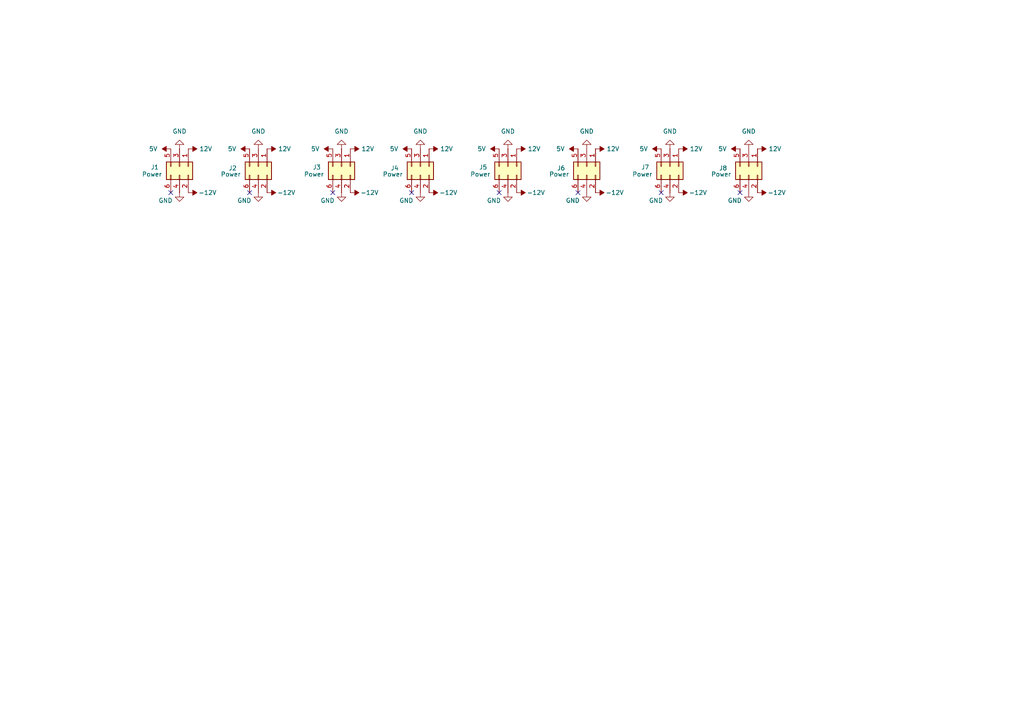
<source format=kicad_sch>
(kicad_sch (version 20250114) (generator "eeschema") (generator_version "9.0")
  (paper "A4")
  (lib_symbols
    (symbol "Connector_Generic:Conn_02x03_Odd_Even" (pin_names (offset 1.016) (hide yes))
      (property "Reference" "J" (at 1.27 5.08 0))
      (property "Value" "Conn_02x03_Odd_Even" (at 1.27 -5.08 0))
      (symbol "Conn_02x03_Odd_Even_1_1"
        (rectangle (start -1.27 3.81) (end 3.81 -3.81) (stroke (width 0.254)) (fill (type background)))
        (rectangle (start -1.27 2.667) (end 0 2.413) (stroke (width 0.1524)))
        (rectangle (start -1.27 0.127) (end 0 -0.127) (stroke (width 0.1524)))
        (rectangle (start -1.27 -2.413) (end 0 -2.667) (stroke (width 0.1524)))
        (rectangle (start 3.81 2.667) (end 2.54 2.413) (stroke (width 0.1524)))
        (rectangle (start 3.81 0.127) (end 2.54 -0.127) (stroke (width 0.1524)))
        (rectangle (start 3.81 -2.413) (end 2.54 -2.667) (stroke (width 0.1524)))
        (pin passive line (at -5.08 2.54 0) (length 3.81) (name "Pin_1") (number "1"))
        (pin passive line (at -5.08 0 0) (length 3.81) (name "Pin_3") (number "3"))
        (pin passive line (at -5.08 -2.54 0) (length 3.81) (name "Pin_5") (number "5"))
        (pin passive line (at 7.62 2.54 180) (length 3.81) (name "Pin_2") (number "2"))
        (pin passive line (at 7.62 0 180) (length 3.81) (name "Pin_4") (number "4"))
        (pin passive line (at 7.62 -2.54 180) (length 3.81) (name "Pin_6") (number "6"))
      )
    )
    (symbol "power:-12V" (power) (pin_numbers (hide yes)) (pin_names (offset 0) (hide yes))
      (property "Value" "-12V" (at 0 3.556 0))
      (symbol "-12V_0_0"
        (pin power_in line (at 0 0 90) (length 0) (name "~") (number "1"))
      )
      (symbol "-12V_0_1"
        (polyline (pts (xy 0 0) (xy 0 1.27) (xy 0.762 1.27) (xy 0 2.54) (xy -0.762 1.27) (xy 0 1.27)) (fill (type outline)))
      )
    )
    (symbol "power:GND" (power) (pin_numbers (hide yes)) (pin_names (offset 0) (hide yes))
      (property "Value" "GND" (at 0 -3.81 0))
      (symbol "GND_0_1"
        (polyline (pts (xy 0 0) (xy 0 -1.27) (xy 1.27 -1.27) (xy 0 -2.54) (xy -1.27 -1.27) (xy 0 -1.27)))
      )
      (symbol "GND_1_1"
        (pin power_in line (at 0 0 270) (length 0) (name "~") (number "1"))
      )
    )
  )
  (no_connect (at 191.77 55.88))
  (no_connect (at 96.52 55.88))
  (no_connect (at 167.64 55.88))
  (no_connect (at 72.39 55.88))
  (no_connect (at 49.53 55.88))
  (no_connect (at 119.38 55.88))
  (no_connect (at 214.63 55.88))
  (no_connect (at 144.78 55.88))
  (symbol (lib_id "power:-12V") (at 196.85 55.88 270) (unit 1)
    (property "Reference" "#PWR035" (effects (hide yes)))
    (property "Value" "-12V" (at 202.438 55.88 90))
    (property "Description" "Power symbol creates a global label with name \"-12V\"" (effects (hide yes)))
  )
  (symbol (lib_id "power:-12V") (at 101.6 55.88 270) (unit 1)
    (property "Reference" "#PWR05" (effects (hide yes)))
    (property "Value" "-12V" (at 107.188 55.88 90))
    (property "Description" "Power symbol creates a global label with name \"-12V\"" (effects (hide yes)))
  )
  (symbol (lib_id "Connector_Generic:Conn_02x03_Odd_Even") (at 52.07 48.26 270) (unit 1)
    (property "Reference" "J1" (at 43.688 48.514 90) (effects (justify left)))
    (property "Value" "Power" (at 41.148 50.546 90) (effects (justify left)))
    (property "Footprint" "Connector_IDC:IDC-Header_2x03_P2.54mm_Vertical" (effects (hide yes)))
    (property "Description" "Generic connector, double row, 02x03, odd/even pin numbering scheme (row 1 odd numbers, row 2 even numbers), script generated (kicad-library-utils/schlib/autogen/connector/)" (effects (hide yes)))
  )
  (symbol (lib_id "Connector_Generic:Conn_02x03_Odd_Even") (at 217.17 48.26 270) (unit 1)
    (property "Reference" "J8" (at 208.534 48.768 90) (effects (justify left)))
    (property "Value" "Power" (at 206.248 50.546 90) (effects (justify left)))
    (property "Footprint" "Connector_IDC:IDC-Header_2x03_P2.54mm_Vertical" (effects (hide yes)))
    (property "Description" "Generic connector, double row, 02x03, odd/even pin numbering scheme (row 1 odd numbers, row 2 even numbers), script generated (kicad-library-utils/schlib/autogen/connector/)" (effects (hide yes)))
  )
  (symbol (lib_id "power:GND") (at 74.93 43.18 0) (mirror x) (unit 1)
    (property "Reference" "#PWR028" (effects (hide yes)))
    (property "Value" "GND" (at 74.93 38.1 0))
    (property "Description" "Power symbol creates a global label with name \"GND\" , ground" (effects (hide yes)))
  )
  (symbol (lib_id "Connector_Generic:Conn_02x03_Odd_Even") (at 147.32 48.26 270) (unit 1)
    (property "Reference" "J5" (at 138.938 48.514 90) (effects (justify left)))
    (property "Value" "Power" (at 136.398 50.546 90) (effects (justify left)))
    (property "Footprint" "Connector_IDC:IDC-Header_2x03_P2.54mm_Vertical" (effects (hide yes)))
    (property "Description" "Generic connector, double row, 02x03, odd/even pin numbering scheme (row 1 odd numbers, row 2 even numbers), script generated (kicad-library-utils/schlib/autogen/connector/)" (effects (hide yes)))
  )
  (symbol (lib_id "power:-12V") (at 101.6 43.18 270) (mirror x) (unit 1)
    (property "Reference" "#PWR04" (effects (hide yes)))
    (property "Value" "12V" (at 106.68 43.18 90))
    (property "Description" "Power symbol creates a global label with name \"-12V\"" (effects (hide yes)))
  )
  (symbol (lib_id "Connector_Generic:Conn_02x03_Odd_Even") (at 170.18 48.26 270) (unit 1)
    (property "Reference" "J6" (at 161.544 48.768 90) (effects (justify left)))
    (property "Value" "Power" (at 159.258 50.546 90) (effects (justify left)))
    (property "Footprint" "Connector_IDC:IDC-Header_2x03_P2.54mm_Vertical" (effects (hide yes)))
    (property "Description" "Generic connector, double row, 02x03, odd/even pin numbering scheme (row 1 odd numbers, row 2 even numbers), script generated (kicad-library-utils/schlib/autogen/connector/)" (effects (hide yes)))
  )
  (symbol (lib_id "power:-12V") (at 124.46 43.18 270) (mirror x) (unit 1)
    (property "Reference" "#PWR09" (effects (hide yes)))
    (property "Value" "12V" (at 129.54 43.18 90))
    (property "Description" "Power symbol creates a global label with name \"-12V\"" (effects (hide yes)))
  )
  (symbol (lib_id "power:-12V") (at 149.86 43.18 270) (mirror x) (unit 1)
    (property "Reference" "#PWR016" (effects (hide yes)))
    (property "Value" "12V" (at 154.94 43.18 90))
    (property "Description" "Power symbol creates a global label with name \"-12V\"" (effects (hide yes)))
  )
  (symbol (lib_id "power:GND") (at 147.32 43.18 0) (mirror x) (unit 1)
    (property "Reference" "#PWR014" (effects (hide yes)))
    (property "Value" "GND" (at 147.32 38.1 0))
    (property "Description" "Power symbol creates a global label with name \"GND\" , ground" (effects (hide yes)))
  )
  (symbol (lib_id "power:-12V") (at 77.47 55.88 270) (unit 1)
    (property "Reference" "#PWR031" (effects (hide yes)))
    (property "Value" "-12V" (at 83.058 55.88 90))
    (property "Description" "Power symbol creates a global label with name \"-12V\"" (effects (hide yes)))
  )
  (symbol (lib_id "power:GND") (at 99.06 43.18 0) (mirror x) (unit 1)
    (property "Reference" "#PWR02" (effects (hide yes)))
    (property "Value" "GND" (at 99.06 38.1 0))
    (property "Description" "Power symbol creates a global label with name \"GND\" , ground" (effects (hide yes)))
  )
  (symbol (lib_id "Connector_Generic:Conn_02x03_Odd_Even") (at 121.92 48.26 270) (unit 1)
    (property "Reference" "J4" (at 113.284 48.768 90) (effects (justify left)))
    (property "Value" "Power" (at 110.998 50.546 90) (effects (justify left)))
    (property "Footprint" "Connector_IDC:IDC-Header_2x03_P2.54mm_Vertical" (effects (hide yes)))
    (property "Description" "Generic connector, double row, 02x03, odd/even pin numbering scheme (row 1 odd numbers, row 2 even numbers), script generated (kicad-library-utils/schlib/autogen/connector/)" (effects (hide yes)))
  )
  (symbol (lib_id "Connector_Generic:Conn_02x03_Odd_Even") (at 99.06 48.26 270) (unit 1)
    (property "Reference" "J3" (at 90.678 48.514 90) (effects (justify left)))
    (property "Value" "Power" (at 88.138 50.546 90) (effects (justify left)))
    (property "Footprint" "Connector_IDC:IDC-Header_2x03_P2.54mm_Vertical" (effects (hide yes)))
    (property "Description" "Generic connector, double row, 02x03, odd/even pin numbering scheme (row 1 odd numbers, row 2 even numbers), script generated (kicad-library-utils/schlib/autogen/connector/)" (effects (hide yes)))
  )
  (symbol (lib_id "power:-12V") (at 172.72 55.88 270) (unit 1)
    (property "Reference" "#PWR023" (effects (hide yes)))
    (property "Value" "-12V" (at 178.308 55.88 90))
    (property "Description" "Power symbol creates a global label with name \"-12V\"" (effects (hide yes)))
  )
  (symbol (lib_id "power:-12V") (at 191.77 43.18 90) (mirror x) (unit 1)
    (property "Reference" "#PWR026" (effects (hide yes)))
    (property "Value" "5V" (at 186.69 43.18 90))
    (property "Description" "Power symbol creates a global label with name \"-12V\"" (effects (hide yes)))
  )
  (symbol (lib_id "power:GND") (at 194.31 43.18 0) (mirror x) (unit 1)
    (property "Reference" "#PWR032" (effects (hide yes)))
    (property "Value" "GND" (at 194.31 38.1 0))
    (property "Description" "Power symbol creates a global label with name \"GND\" , ground" (effects (hide yes)))
  )
  (symbol (lib_id "power:-12V") (at 219.71 55.88 270) (unit 1)
    (property "Reference" "#PWR040" (effects (hide yes)))
    (property "Value" "-12V" (at 225.298 55.88 90))
    (property "Description" "Power symbol creates a global label with name \"-12V\"" (effects (hide yes)))
  )
  (symbol (lib_id "power:GND") (at 99.06 55.88 0) (mirror y) (unit 1)
    (property "Reference" "#PWR03" (effects (hide yes)))
    (property "Value" "GND" (at 94.996 58.166 0))
    (property "Description" "Power symbol creates a global label with name \"GND\" , ground" (effects (hide yes)))
  )
  (symbol (lib_id "power:GND") (at 147.32 55.88 0) (mirror y) (unit 1)
    (property "Reference" "#PWR015" (effects (hide yes)))
    (property "Value" "GND" (at 143.256 58.166 0))
    (property "Description" "Power symbol creates a global label with name \"GND\" , ground" (effects (hide yes)))
  )
  (symbol (lib_id "power:GND") (at 121.92 43.18 0) (mirror x) (unit 1)
    (property "Reference" "#PWR07" (effects (hide yes)))
    (property "Value" "GND" (at 121.92 38.1 0))
    (property "Description" "Power symbol creates a global label with name \"GND\" , ground" (effects (hide yes)))
  )
  (symbol (lib_id "power:-12V") (at 144.78 43.18 90) (mirror x) (unit 1)
    (property "Reference" "#PWR013" (effects (hide yes)))
    (property "Value" "5V" (at 139.7 43.18 90))
    (property "Description" "Power symbol creates a global label with name \"-12V\"" (effects (hide yes)))
  )
  (symbol (lib_id "power:GND") (at 170.18 43.18 0) (mirror x) (unit 1)
    (property "Reference" "#PWR019" (effects (hide yes)))
    (property "Value" "GND" (at 170.18 38.1 0))
    (property "Description" "Power symbol creates a global label with name \"GND\" , ground" (effects (hide yes)))
  )
  (symbol (lib_id "power:-12V") (at 149.86 55.88 270) (unit 1)
    (property "Reference" "#PWR017" (effects (hide yes)))
    (property "Value" "-12V" (at 155.448 55.88 90))
    (property "Description" "Power symbol creates a global label with name \"-12V\"" (effects (hide yes)))
  )
  (symbol (lib_id "power:GND") (at 52.07 55.88 0) (mirror y) (unit 1)
    (property "Reference" "#PWR024" (effects (hide yes)))
    (property "Value" "GND" (at 48.006 58.166 0))
    (property "Description" "Power symbol creates a global label with name \"GND\" , ground" (effects (hide yes)))
  )
  (symbol (lib_id "power:-12V") (at 196.85 43.18 270) (mirror x) (unit 1)
    (property "Reference" "#PWR034" (effects (hide yes)))
    (property "Value" "12V" (at 201.93 43.18 90))
    (property "Description" "Power symbol creates a global label with name \"-12V\"" (effects (hide yes)))
  )
  (symbol (lib_id "power:-12V") (at 96.52 43.18 90) (mirror x) (unit 1)
    (property "Reference" "#PWR01" (effects (hide yes)))
    (property "Value" "5V" (at 91.44 43.18 90))
    (property "Description" "Power symbol creates a global label with name \"-12V\"" (effects (hide yes)))
  )
  (symbol (lib_id "power:-12V") (at 124.46 55.88 270) (unit 1)
    (property "Reference" "#PWR012" (effects (hide yes)))
    (property "Value" "-12V" (at 130.048 55.88 90))
    (property "Description" "Power symbol creates a global label with name \"-12V\"" (effects (hide yes)))
  )
  (symbol (lib_id "power:GND") (at 217.17 43.18 0) (mirror x) (unit 1)
    (property "Reference" "#PWR037" (effects (hide yes)))
    (property "Value" "GND" (at 217.17 38.1 0))
    (property "Description" "Power symbol creates a global label with name \"GND\" , ground" (effects (hide yes)))
  )
  (symbol (lib_id "power:-12V") (at 119.38 43.18 90) (mirror x) (unit 1)
    (property "Reference" "#PWR06" (effects (hide yes)))
    (property "Value" "5V" (at 114.3 43.18 90))
    (property "Description" "Power symbol creates a global label with name \"-12V\"" (effects (hide yes)))
  )
  (symbol (lib_id "power:-12V") (at 54.61 55.88 270) (unit 1)
    (property "Reference" "#PWR027" (effects (hide yes)))
    (property "Value" "-12V" (at 60.198 55.88 90))
    (property "Description" "Power symbol creates a global label with name \"-12V\"" (effects (hide yes)))
  )
  (symbol (lib_id "power:-12V") (at 77.47 43.18 270) (mirror x) (unit 1)
    (property "Reference" "#PWR030" (effects (hide yes)))
    (property "Value" "12V" (at 82.55 43.18 90))
    (property "Description" "Power symbol creates a global label with name \"-12V\"" (effects (hide yes)))
  )
  (symbol (lib_id "power:-12V") (at 219.71 43.18 270) (mirror x) (unit 1)
    (property "Reference" "#PWR039" (effects (hide yes)))
    (property "Value" "12V" (at 224.79 43.18 90))
    (property "Description" "Power symbol creates a global label with name \"-12V\"" (effects (hide yes)))
  )
  (symbol (lib_id "power:-12V") (at 72.39 43.18 90) (mirror x) (unit 1)
    (property "Reference" "#PWR011" (effects (hide yes)))
    (property "Value" "5V" (at 67.31 43.18 90))
    (property "Description" "Power symbol creates a global label with name \"-12V\"" (effects (hide yes)))
  )
  (symbol (lib_id "power:-12V") (at 172.72 43.18 270) (mirror x) (unit 1)
    (property "Reference" "#PWR021" (effects (hide yes)))
    (property "Value" "12V" (at 177.8 43.18 90))
    (property "Description" "Power symbol creates a global label with name \"-12V\"" (effects (hide yes)))
  )
  (symbol (lib_id "power:-12V") (at 214.63 43.18 90) (mirror x) (unit 1)
    (property "Reference" "#PWR036" (effects (hide yes)))
    (property "Value" "5V" (at 209.55 43.18 90))
    (property "Description" "Power symbol creates a global label with name \"-12V\"" (effects (hide yes)))
  )
  (symbol (lib_id "power:-12V") (at 167.64 43.18 90) (mirror x) (unit 1)
    (property "Reference" "#PWR018" (effects (hide yes)))
    (property "Value" "5V" (at 162.56 43.18 90))
    (property "Description" "Power symbol creates a global label with name \"-12V\"" (effects (hide yes)))
  )
  (symbol (lib_id "power:GND") (at 74.93 55.88 0) (mirror y) (unit 1)
    (property "Reference" "#PWR029" (effects (hide yes)))
    (property "Value" "GND" (at 70.866 58.166 0))
    (property "Description" "Power symbol creates a global label with name \"GND\" , ground" (effects (hide yes)))
  )
  (symbol (lib_id "power:GND") (at 194.31 55.88 0) (mirror y) (unit 1)
    (property "Reference" "#PWR033" (effects (hide yes)))
    (property "Value" "GND" (at 190.246 58.166 0))
    (property "Description" "Power symbol creates a global label with name \"GND\" , ground" (effects (hide yes)))
  )
  (symbol (lib_id "power:GND") (at 217.17 55.88 0) (mirror y) (unit 1)
    (property "Reference" "#PWR038" (effects (hide yes)))
    (property "Value" "GND" (at 213.106 58.166 0))
    (property "Description" "Power symbol creates a global label with name \"GND\" , ground" (effects (hide yes)))
  )
  (symbol (lib_id "Connector_Generic:Conn_02x03_Odd_Even") (at 74.93 48.26 270) (unit 1)
    (property "Reference" "J2" (at 66.294 48.768 90) (effects (justify left)))
    (property "Value" "Power" (at 64.008 50.546 90) (effects (justify left)))
    (property "Footprint" "Connector_IDC:IDC-Header_2x03_P2.54mm_Vertical" (effects (hide yes)))
    (property "Description" "Generic connector, double row, 02x03, odd/even pin numbering scheme (row 1 odd numbers, row 2 even numbers), script generated (kicad-library-utils/schlib/autogen/connector/)" (effects (hide yes)))
  )
  (symbol (lib_id "power:GND") (at 170.18 55.88 0) (mirror y) (unit 1)
    (property "Reference" "#PWR020" (effects (hide yes)))
    (property "Value" "GND" (at 166.116 58.166 0))
    (property "Description" "Power symbol creates a global label with name \"GND\" , ground" (effects (hide yes)))
  )
  (symbol (lib_id "Connector_Generic:Conn_02x03_Odd_Even") (at 194.31 48.26 270) (unit 1)
    (property "Reference" "J7" (at 185.928 48.514 90) (effects (justify left)))
    (property "Value" "Power" (at 183.388 50.546 90) (effects (justify left)))
    (property "Footprint" "Connector_IDC:IDC-Header_2x03_P2.54mm_Vertical" (effects (hide yes)))
    (property "Description" "Generic connector, double row, 02x03, odd/even pin numbering scheme (row 1 odd numbers, row 2 even numbers), script generated (kicad-library-utils/schlib/autogen/connector/)" (effects (hide yes)))
  )
  (symbol (lib_id "power:GND") (at 121.92 55.88 0) (mirror y) (unit 1)
    (property "Reference" "#PWR08" (effects (hide yes)))
    (property "Value" "GND" (at 117.856 58.166 0))
    (property "Description" "Power symbol creates a global label with name \"GND\" , ground" (effects (hide yes)))
  )
  (symbol (lib_id "power:-12V") (at 49.53 43.18 90) (mirror x) (unit 1)
    (property "Reference" "#PWR010" (effects (hide yes)))
    (property "Value" "5V" (at 44.45 43.18 90))
    (property "Description" "Power symbol creates a global label with name \"-12V\"" (effects (hide yes)))
  )
  (symbol (lib_id "power:GND") (at 52.07 43.18 0) (mirror x) (unit 1)
    (property "Reference" "#PWR022" (effects (hide yes)))
    (property "Value" "GND" (at 52.07 38.1 0))
    (property "Description" "Power symbol creates a global label with name \"GND\" , ground" (effects (hide yes)))
  )
  (symbol (lib_id "power:-12V") (at 54.61 43.18 270) (mirror x) (unit 1)
    (property "Reference" "#PWR025" (effects (hide yes)))
    (property "Value" "12V" (at 59.69 43.18 90))
    (property "Description" "Power symbol creates a global label with name \"-12V\"" (effects (hide yes)))
  )
)
</source>
